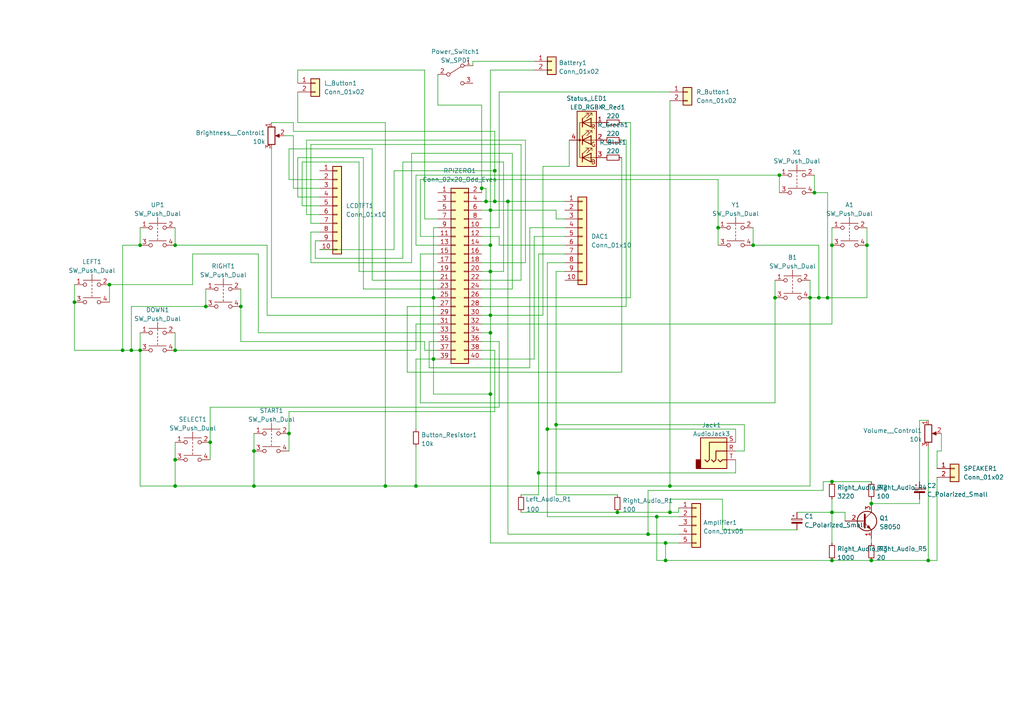
<source format=kicad_sch>
(kicad_sch (version 20211123) (generator eeschema)
  (paper "A4")
  (lib_symbols
    (symbol "Connector:AudioJack3"
      (property "Reference" "J" (at 0 8.89 0))
      (property "Value" "AudioJack3" (at 0 6.35 0))
      (symbol "AudioJack3_0_1"
        (rectangle (start -5.08 -5.08) (end -6.35 -2.54) (stroke (width 0.254)) (fill (type outline)))
        (polyline (pts (xy 0 -2.54) (xy 0.635 -3.175) (xy 1.27 -2.54) (xy 2.54 -2.54)) (stroke (width 0.254)))
        (polyline (pts (xy -1.905 -2.54) (xy -1.27 -3.175) (xy -0.635 -2.54) (xy -0.635 0) (xy 2.54 0)) (stroke (width 0.254)))
        (polyline (pts (xy 2.54 2.54) (xy -2.54 2.54) (xy -2.54 -2.54) (xy -3.175 -3.175) (xy -3.81 -2.54)) (stroke (width 0.254)))
        (rectangle (start 2.54 3.81) (end -5.08 -5.08) (stroke (width 0.254)) (fill (type background)))
      )
      (symbol "AudioJack3_1_1"
        (pin passive line (at 5.08 0 180) (length 2.54) (name "~") (number "R"))
        (pin passive line (at 5.08 2.54 180) (length 2.54) (name "~") (number "S"))
        (pin passive line (at 5.08 -2.54 180) (length 2.54) (name "~") (number "T"))
      )
    )
    (symbol "Connector_Generic:Conn_01x02" (pin_names (offset 1.016) hide)
      (property "Reference" "J" (at 0 2.54 0))
      (property "Value" "Conn_01x02" (at 0 -5.08 0))
      (symbol "Conn_01x02_1_1"
        (rectangle (start -1.27 -2.413) (end 0 -2.667) (stroke (width 0.1524)))
        (rectangle (start -1.27 0.127) (end 0 -0.127) (stroke (width 0.1524)))
        (rectangle (start -1.27 1.27) (end 1.27 -3.81) (stroke (width 0.254)) (fill (type background)))
        (pin passive line (at -5.08 0 0) (length 3.81) (name "Pin_1") (number "1"))
        (pin passive line (at -5.08 -2.54 0) (length 3.81) (name "Pin_2") (number "2"))
      )
    )
    (symbol "Connector_Generic:Conn_01x05" (pin_names (offset 1.016) hide)
      (property "Reference" "J" (at 0 7.62 0))
      (property "Value" "Conn_01x05" (at 0 -7.62 0))
      (symbol "Conn_01x05_1_1"
        (rectangle (start -1.27 -4.953) (end 0 -5.207) (stroke (width 0.1524)))
        (rectangle (start -1.27 -2.413) (end 0 -2.667) (stroke (width 0.1524)))
        (rectangle (start -1.27 0.127) (end 0 -0.127) (stroke (width 0.1524)))
        (rectangle (start -1.27 2.667) (end 0 2.413) (stroke (width 0.1524)))
        (rectangle (start -1.27 5.207) (end 0 4.953) (stroke (width 0.1524)))
        (rectangle (start -1.27 6.35) (end 1.27 -6.35) (stroke (width 0.254)) (fill (type background)))
        (pin passive line (at -5.08 5.08 0) (length 3.81) (name "Pin_1") (number "1"))
        (pin passive line (at -5.08 2.54 0) (length 3.81) (name "Pin_2") (number "2"))
        (pin passive line (at -5.08 0 0) (length 3.81) (name "Pin_3") (number "3"))
        (pin passive line (at -5.08 -2.54 0) (length 3.81) (name "Pin_4") (number "4"))
        (pin passive line (at -5.08 -5.08 0) (length 3.81) (name "Pin_5") (number "5"))
      )
    )
    (symbol "Connector_Generic:Conn_01x10" (pin_names (offset 1.016) hide)
      (property "Reference" "J" (at 0 12.7 0))
      (property "Value" "Conn_01x10" (at 0 -15.24 0))
      (symbol "Conn_01x10_1_1"
        (rectangle (start -1.27 -12.573) (end 0 -12.827) (stroke (width 0.1524)))
        (rectangle (start -1.27 -10.033) (end 0 -10.287) (stroke (width 0.1524)))
        (rectangle (start -1.27 -7.493) (end 0 -7.747) (stroke (width 0.1524)))
        (rectangle (start -1.27 -4.953) (end 0 -5.207) (stroke (width 0.1524)))
        (rectangle (start -1.27 -2.413) (end 0 -2.667) (stroke (width 0.1524)))
        (rectangle (start -1.27 0.127) (end 0 -0.127) (stroke (width 0.1524)))
        (rectangle (start -1.27 2.667) (end 0 2.413) (stroke (width 0.1524)))
        (rectangle (start -1.27 5.207) (end 0 4.953) (stroke (width 0.1524)))
        (rectangle (start -1.27 7.747) (end 0 7.493) (stroke (width 0.1524)))
        (rectangle (start -1.27 10.287) (end 0 10.033) (stroke (width 0.1524)))
        (rectangle (start -1.27 11.43) (end 1.27 -13.97) (stroke (width 0.254)) (fill (type background)))
        (pin passive line (at -5.08 10.16 0) (length 3.81) (name "Pin_1") (number "1"))
        (pin passive line (at -5.08 -12.7 0) (length 3.81) (name "Pin_10") (number "10"))
        (pin passive line (at -5.08 7.62 0) (length 3.81) (name "Pin_2") (number "2"))
        (pin passive line (at -5.08 5.08 0) (length 3.81) (name "Pin_3") (number "3"))
        (pin passive line (at -5.08 2.54 0) (length 3.81) (name "Pin_4") (number "4"))
        (pin passive line (at -5.08 0 0) (length 3.81) (name "Pin_5") (number "5"))
        (pin passive line (at -5.08 -2.54 0) (length 3.81) (name "Pin_6") (number "6"))
        (pin passive line (at -5.08 -5.08 0) (length 3.81) (name "Pin_7") (number "7"))
        (pin passive line (at -5.08 -7.62 0) (length 3.81) (name "Pin_8") (number "8"))
        (pin passive line (at -5.08 -10.16 0) (length 3.81) (name "Pin_9") (number "9"))
      )
    )
    (symbol "Connector_Generic:Conn_02x20_Odd_Even" (pin_names (offset 1.016) hide)
      (property "Reference" "J" (at 1.27 25.4 0))
      (property "Value" "Conn_02x20_Odd_Even" (at 1.27 -27.94 0))
      (symbol "Conn_02x20_Odd_Even_1_1"
        (rectangle (start -1.27 -25.273) (end 0 -25.527) (stroke (width 0.1524)))
        (rectangle (start -1.27 -22.733) (end 0 -22.987) (stroke (width 0.1524)))
        (rectangle (start -1.27 -20.193) (end 0 -20.447) (stroke (width 0.1524)))
        (rectangle (start -1.27 -17.653) (end 0 -17.907) (stroke (width 0.1524)))
        (rectangle (start -1.27 -15.113) (end 0 -15.367) (stroke (width 0.1524)))
        (rectangle (start -1.27 -12.573) (end 0 -12.827) (stroke (width 0.1524)))
        (rectangle (start -1.27 -10.033) (end 0 -10.287) (stroke (width 0.1524)))
        (rectangle (start -1.27 -7.493) (end 0 -7.747) (stroke (width 0.1524)))
        (rectangle (start -1.27 -4.953) (end 0 -5.207) (stroke (width 0.1524)))
        (rectangle (start -1.27 -2.413) (end 0 -2.667) (stroke (width 0.1524)))
        (rectangle (start -1.27 0.127) (end 0 -0.127) (stroke (width 0.1524)))
        (rectangle (start -1.27 2.667) (end 0 2.413) (stroke (width 0.1524)))
        (rectangle (start -1.27 5.207) (end 0 4.953) (stroke (width 0.1524)))
        (rectangle (start -1.27 7.747) (end 0 7.493) (stroke (width 0.1524)))
        (rectangle (start -1.27 10.287) (end 0 10.033) (stroke (width 0.1524)))
        (rectangle (start -1.27 12.827) (end 0 12.573) (stroke (width 0.1524)))
        (rectangle (start -1.27 15.367) (end 0 15.113) (stroke (width 0.1524)))
        (rectangle (start -1.27 17.907) (end 0 17.653) (stroke (width 0.1524)))
        (rectangle (start -1.27 20.447) (end 0 20.193) (stroke (width 0.1524)))
        (rectangle (start -1.27 22.987) (end 0 22.733) (stroke (width 0.1524)))
        (rectangle (start -1.27 24.13) (end 3.81 -26.67) (stroke (width 0.254)) (fill (type background)))
        (rectangle (start 3.81 -25.273) (end 2.54 -25.527) (stroke (width 0.1524)))
        (rectangle (start 3.81 -22.733) (end 2.54 -22.987) (stroke (width 0.1524)))
        (rectangle (start 3.81 -20.193) (end 2.54 -20.447) (stroke (width 0.1524)))
        (rectangle (start 3.81 -17.653) (end 2.54 -17.907) (stroke (width 0.1524)))
        (rectangle (start 3.81 -15.113) (end 2.54 -15.367) (stroke (width 0.1524)))
        (rectangle (start 3.81 -12.573) (end 2.54 -12.827) (stroke (width 0.1524)))
        (rectangle (start 3.81 -10.033) (end 2.54 -10.287) (stroke (width 0.1524)))
        (rectangle (start 3.81 -7.493) (end 2.54 -7.747) (stroke (width 0.1524)))
        (rectangle (start 3.81 -4.953) (end 2.54 -5.207) (stroke (width 0.1524)))
        (rectangle (start 3.81 -2.413) (end 2.54 -2.667) (stroke (width 0.1524)))
        (rectangle (start 3.81 0.127) (end 2.54 -0.127) (stroke (width 0.1524)))
        (rectangle (start 3.81 2.667) (end 2.54 2.413) (stroke (width 0.1524)))
        (rectangle (start 3.81 5.207) (end 2.54 4.953) (stroke (width 0.1524)))
        (rectangle (start 3.81 7.747) (end 2.54 7.493) (stroke (width 0.1524)))
        (rectangle (start 3.81 10.287) (end 2.54 10.033) (stroke (width 0.1524)))
        (rectangle (start 3.81 12.827) (end 2.54 12.573) (stroke (width 0.1524)))
        (rectangle (start 3.81 15.367) (end 2.54 15.113) (stroke (width 0.1524)))
        (rectangle (start 3.81 17.907) (end 2.54 17.653) (stroke (width 0.1524)))
        (rectangle (start 3.81 20.447) (end 2.54 20.193) (stroke (width 0.1524)))
        (rectangle (start 3.81 22.987) (end 2.54 22.733) (stroke (width 0.1524)))
        (pin passive line (at -5.08 22.86 0) (length 3.81) (name "Pin_1") (number "1"))
        (pin passive line (at 7.62 12.7 180) (length 3.81) (name "Pin_10") (number "10"))
        (pin passive line (at -5.08 10.16 0) (length 3.81) (name "Pin_11") (number "11"))
        (pin passive line (at 7.62 10.16 180) (length 3.81) (name "Pin_12") (number "12"))
        (pin passive line (at -5.08 7.62 0) (length 3.81) (name "Pin_13") (number "13"))
        (pin passive line (at 7.62 7.62 180) (length 3.81) (name "Pin_14") (number "14"))
        (pin passive line (at -5.08 5.08 0) (length 3.81) (name "Pin_15") (number "15"))
        (pin passive line (at 7.62 5.08 180) (length 3.81) (name "Pin_16") (number "16"))
        (pin passive line (at -5.08 2.54 0) (length 3.81) (name "Pin_17") (number "17"))
        (pin passive line (at 7.62 2.54 180) (length 3.81) (name "Pin_18") (number "18"))
        (pin passive line (at -5.08 0 0) (length 3.81) (name "Pin_19") (number "19"))
        (pin passive line (at 7.62 22.86 180) (length 3.81) (name "Pin_2") (number "2"))
        (pin passive line (at 7.62 0 180) (length 3.81) (name "Pin_20") (number "20"))
        (pin passive line (at -5.08 -2.54 0) (length 3.81) (name "Pin_21") (number "21"))
        (pin passive line (at 7.62 -2.54 180) (length 3.81) (name "Pin_22") (number "22"))
        (pin passive line (at -5.08 -5.08 0) (length 3.81) (name "Pin_23") (number "23"))
        (pin passive line (at 7.62 -5.08 180) (length 3.81) (name "Pin_24") (number "24"))
        (pin passive line (at -5.08 -7.62 0) (length 3.81) (name "Pin_25") (number "25"))
        (pin passive line (at 7.62 -7.62 180) (length 3.81) (name "Pin_26") (number "26"))
        (pin passive line (at -5.08 -10.16 0) (length 3.81) (name "Pin_27") (number "27"))
        (pin passive line (at 7.62 -10.16 180) (length 3.81) (name "Pin_28") (number "28"))
        (pin passive line (at -5.08 -12.7 0) (length 3.81) (name "Pin_29") (number "29"))
        (pin passive line (at -5.08 20.32 0) (length 3.81) (name "Pin_3") (number "3"))
        (pin passive line (at 7.62 -12.7 180) (length 3.81) (name "Pin_30") (number "30"))
        (pin passive line (at -5.08 -15.24 0) (length 3.81) (name "Pin_31") (number "31"))
        (pin passive line (at 7.62 -15.24 180) (length 3.81) (name "Pin_32") (number "32"))
        (pin passive line (at -5.08 -17.78 0) (length 3.81) (name "Pin_33") (number "33"))
        (pin passive line (at 7.62 -17.78 180) (length 3.81) (name "Pin_34") (number "34"))
        (pin passive line (at -5.08 -20.32 0) (length 3.81) (name "Pin_35") (number "35"))
        (pin passive line (at 7.62 -20.32 180) (length 3.81) (name "Pin_36") (number "36"))
        (pin passive line (at -5.08 -22.86 0) (length 3.81) (name "Pin_37") (number "37"))
        (pin passive line (at 7.62 -22.86 180) (length 3.81) (name "Pin_38") (number "38"))
        (pin passive line (at -5.08 -25.4 0) (length 3.81) (name "Pin_39") (number "39"))
        (pin passive line (at 7.62 20.32 180) (length 3.81) (name "Pin_4") (number "4"))
        (pin passive line (at 7.62 -25.4 180) (length 3.81) (name "Pin_40") (number "40"))
        (pin passive line (at -5.08 17.78 0) (length 3.81) (name "Pin_5") (number "5"))
        (pin passive line (at 7.62 17.78 180) (length 3.81) (name "Pin_6") (number "6"))
        (pin passive line (at -5.08 15.24 0) (length 3.81) (name "Pin_7") (number "7"))
        (pin passive line (at 7.62 15.24 180) (length 3.81) (name "Pin_8") (number "8"))
        (pin passive line (at -5.08 12.7 0) (length 3.81) (name "Pin_9") (number "9"))
      )
    )
    (symbol "Device:C_Polarized_Small" (pin_numbers hide) (pin_names (offset 0.254) hide)
      (property "Reference" "C" (at 0.254 1.778 0))
      (property "Value" "C_Polarized_Small" (at 0.254 -2.032 0))
      (symbol "C_Polarized_Small_0_1"
        (rectangle (start -1.524 -0.3048) (end 1.524 -0.6858) (fill (type outline)))
        (rectangle (start -1.524 0.6858) (end 1.524 0.3048))
        (polyline (pts (xy -1.27 1.524) (xy -0.762 1.524)))
        (polyline (pts (xy -1.016 1.27) (xy -1.016 1.778)))
      )
      (symbol "C_Polarized_Small_1_1"
        (pin passive line (at 0 2.54 270) (length 1.8542) (name "~") (number "1"))
        (pin passive line (at 0 -2.54 90) (length 1.8542) (name "~") (number "2"))
      )
    )
    (symbol "Device:LED_RGBK" (pin_names (offset 0) hide)
      (property "Reference" "D" (at 0 9.398 0))
      (property "Value" "LED_RGBK" (at 0 -8.89 0))
      (symbol "LED_RGBK_0_0"
        (text "B" (at 1.905 -6.35 0) (effects (font (size 1.27 1.27))))
        (text "G" (at 1.905 -1.27 0) (effects (font (size 1.27 1.27))))
        (text "R" (at 1.905 3.81 0) (effects (font (size 1.27 1.27))))
      )
      (symbol "LED_RGBK_0_1"
        (circle (center -2.032 0) (radius 0.254) (fill (type outline)))
        (polyline (pts (xy -1.27 -5.08) (xy 1.27 -5.08)))
        (polyline (pts (xy -1.27 -3.81) (xy -1.27 -6.35)) (stroke (width 0.254)))
        (polyline (pts (xy -1.27 0) (xy -2.54 0)))
        (polyline (pts (xy -1.27 1.27) (xy -1.27 -1.27)) (stroke (width 0.254)))
        (polyline (pts (xy -1.27 5.08) (xy 1.27 5.08)))
        (polyline (pts (xy -1.27 6.35) (xy -1.27 3.81)) (stroke (width 0.254)))
        (polyline (pts (xy 1.27 -5.08) (xy 2.54 -5.08)))
        (polyline (pts (xy 1.27 0) (xy -1.27 0)))
        (polyline (pts (xy 1.27 0) (xy 2.54 0)))
        (polyline (pts (xy 1.27 5.08) (xy 2.54 5.08)))
        (polyline (pts (xy -1.27 1.27) (xy -1.27 -1.27) (xy -1.27 -1.27)))
        (polyline (pts (xy -1.27 6.35) (xy -1.27 3.81) (xy -1.27 3.81)))
        (polyline (pts (xy -1.27 5.08) (xy -2.032 5.08) (xy -2.032 -5.08) (xy -1.016 -5.08)))
        (polyline (pts (xy 1.27 -3.81) (xy 1.27 -6.35) (xy -1.27 -5.08) (xy 1.27 -3.81)) (stroke (width 0.254)))
        (polyline (pts (xy 1.27 1.27) (xy 1.27 -1.27) (xy -1.27 0) (xy 1.27 1.27)) (stroke (width 0.254)))
        (polyline (pts (xy 1.27 6.35) (xy 1.27 3.81) (xy -1.27 5.08) (xy 1.27 6.35)) (stroke (width 0.254)))
        (polyline (pts (xy -1.016 -3.81) (xy 0.508 -2.286) (xy -0.254 -2.286) (xy 0.508 -2.286) (xy 0.508 -3.048)))
        (polyline (pts (xy -1.016 1.27) (xy 0.508 2.794) (xy -0.254 2.794) (xy 0.508 2.794) (xy 0.508 2.032)))
        (polyline (pts (xy -1.016 6.35) (xy 0.508 7.874) (xy -0.254 7.874) (xy 0.508 7.874) (xy 0.508 7.112)))
        (polyline (pts (xy 0 -3.81) (xy 1.524 -2.286) (xy 0.762 -2.286) (xy 1.524 -2.286) (xy 1.524 -3.048)))
        (polyline (pts (xy 0 1.27) (xy 1.524 2.794) (xy 0.762 2.794) (xy 1.524 2.794) (xy 1.524 2.032)))
        (polyline (pts (xy 0 6.35) (xy 1.524 7.874) (xy 0.762 7.874) (xy 1.524 7.874) (xy 1.524 7.112)))
        (rectangle (start 1.27 -1.27) (end 1.27 1.27))
        (rectangle (start 1.27 1.27) (end 1.27 1.27))
        (rectangle (start 1.27 3.81) (end 1.27 6.35))
        (rectangle (start 1.27 6.35) (end 1.27 6.35))
        (rectangle (start 2.794 8.382) (end -2.794 -7.62) (stroke (width 0.254)) (fill (type background)))
      )
      (symbol "LED_RGBK_1_1"
        (pin passive line (at 5.08 5.08 180) (length 2.54) (name "RA") (number "1"))
        (pin passive line (at 5.08 0 180) (length 2.54) (name "GA") (number "2"))
        (pin passive line (at 5.08 -5.08 180) (length 2.54) (name "BA") (number "3"))
        (pin passive line (at -5.08 0 0) (length 2.54) (name "K") (number "4"))
      )
    )
    (symbol "Device:R_Potentiometer" (pin_names (offset 1.016) hide)
      (property "Reference" "RV" (at -4.445 0 90))
      (property "Value" "R_Potentiometer" (at -2.54 0 90))
      (symbol "R_Potentiometer_0_1"
        (polyline (pts (xy 2.54 0) (xy 1.524 0)))
        (polyline (pts (xy 1.143 0) (xy 2.286 0.508) (xy 2.286 -0.508) (xy 1.143 0)) (fill (type outline)))
        (rectangle (start 1.016 2.54) (end -1.016 -2.54) (stroke (width 0.254)))
      )
      (symbol "R_Potentiometer_1_1"
        (pin passive line (at 0 3.81 270) (length 1.27) (name "1") (number "1"))
        (pin passive line (at 3.81 0 180) (length 1.27) (name "2") (number "2"))
        (pin passive line (at 0 -3.81 90) (length 1.27) (name "3") (number "3"))
      )
    )
    (symbol "Device:R_Small" (pin_numbers hide) (pin_names (offset 0.254) hide)
      (property "Reference" "R" (at 0.762 0.508 0))
      (property "Value" "R_Small" (at 0.762 -1.016 0))
      (symbol "R_Small_0_1"
        (rectangle (start -0.762 1.778) (end 0.762 -1.778) (stroke (width 0.2032)))
      )
      (symbol "R_Small_1_1"
        (pin passive line (at 0 2.54 270) (length 0.762) (name "~") (number "1"))
        (pin passive line (at 0 -2.54 90) (length 0.762) (name "~") (number "2"))
      )
    )
    (symbol "Switch:SW_Push_Dual" (pin_names (offset 1.016) hide)
      (property "Reference" "SW" (at 1.27 2.54 0))
      (property "Value" "SW_Push_Dual" (at 0 -6.858 0))
      (symbol "SW_Push_Dual_0_1"
        (circle (center -2.032 -5.08) (radius 0.508))
        (circle (center -2.032 0) (radius 0.508))
        (polyline (pts (xy 0 -3.048) (xy 0 -3.556)))
        (polyline (pts (xy 0 -2.032) (xy 0 -2.54)))
        (polyline (pts (xy 0 -1.524) (xy 0 -1.016)))
        (polyline (pts (xy 0 -0.508) (xy 0 0)))
        (polyline (pts (xy 0 0.508) (xy 0 1.016)))
        (polyline (pts (xy 0 1.27) (xy 0 3.048)))
        (polyline (pts (xy 2.54 -3.81) (xy -2.54 -3.81)))
        (polyline (pts (xy 2.54 1.27) (xy -2.54 1.27)))
        (circle (center 2.032 -5.08) (radius 0.508))
        (circle (center 2.032 0) (radius 0.508))
        (pin passive line (at -5.08 0 0) (length 2.54) (name "1") (number "1"))
        (pin passive line (at 5.08 0 180) (length 2.54) (name "2") (number "2"))
        (pin passive line (at -5.08 -5.08 0) (length 2.54) (name "3") (number "3"))
        (pin passive line (at 5.08 -5.08 180) (length 2.54) (name "4") (number "4"))
      )
    )
    (symbol "Switch:SW_SPDT" (pin_names (offset 0) hide)
      (property "Reference" "SW" (at 0 4.318 0))
      (property "Value" "SW_SPDT" (at 0 -5.08 0))
      (symbol "SW_SPDT_0_0"
        (circle (center -2.032 0) (radius 0.508))
        (circle (center 2.032 -2.54) (radius 0.508))
      )
      (symbol "SW_SPDT_0_1"
        (polyline (pts (xy -1.524 0.254) (xy 1.651 2.286)))
        (circle (center 2.032 2.54) (radius 0.508))
      )
      (symbol "SW_SPDT_1_1"
        (pin passive line (at 5.08 2.54 180) (length 2.54) (name "A") (number "1"))
        (pin passive line (at -5.08 0 0) (length 2.54) (name "B") (number "2"))
        (pin passive line (at 5.08 -2.54 180) (length 2.54) (name "C") (number "3"))
      )
    )
    (symbol "Transistor_BJT:S8050" (pin_names (offset 0) hide)
      (property "Reference" "Q" (at 5.08 1.905 0))
      (property "Value" "S8050" (at 5.08 0 0))
      (symbol "S8050_0_1"
        (polyline (pts (xy 0 0) (xy 0.635 0)))
        (polyline (pts (xy 0.635 0.635) (xy 2.54 2.54)))
        (polyline (pts (xy 0.635 -0.635) (xy 2.54 -2.54) (xy 2.54 -2.54)))
        (polyline (pts (xy 0.635 1.905) (xy 0.635 -1.905) (xy 0.635 -1.905)) (stroke (width 0.508)))
        (polyline (pts (xy 1.27 -1.778) (xy 1.778 -1.27) (xy 2.286 -2.286) (xy 1.27 -1.778) (xy 1.27 -1.778)) (fill (type outline)))
        (circle (center 1.27 0) (radius 2.8194) (stroke (width 0.254)))
      )
      (symbol "S8050_1_1"
        (pin passive line (at 2.54 -5.08 90) (length 2.54) (name "E") (number "1"))
        (pin input line (at -5.08 0 0) (length 5.08) (name "B") (number "2"))
        (pin passive line (at 2.54 5.08 270) (length 2.54) (name "C") (number "3"))
      )
    )
  )
  (junction (at 161.29 123.19))
  (junction (at 156.21 137.16))
  (junction (at 142.24 91.44))
  (junction (at 194.31 148.59))
  (junction (at 83.82 125.73))
  (junction (at 241.3 139.7))
  (junction (at 143.51 49.53))
  (junction (at 226.06 50.8))
  (junction (at 38.1 101.6))
  (junction (at 21.59 87.63))
  (junction (at 194.31 140.97))
  (junction (at 237.49 86.36))
  (junction (at 125.73 104.14))
  (junction (at 140.97 58.42))
  (junction (at 190.5 149.86))
  (junction (at 234.95 86.36))
  (junction (at 193.04 162.56))
  (junction (at 50.8 140.97))
  (junction (at 139.7 54.61))
  (junction (at 224.79 86.36))
  (junction (at 69.85 88.9))
  (junction (at 111.76 140.97))
  (junction (at 252.73 162.56))
  (junction (at 142.24 96.52))
  (junction (at 158.75 124.46))
  (junction (at 142.24 114.3))
  (junction (at 40.64 71.12))
  (junction (at 187.96 154.94))
  (junction (at 142.24 71.12))
  (junction (at 125.73 86.36))
  (junction (at 208.28 66.04))
  (junction (at 241.3 148.59))
  (junction (at 120.65 140.97))
  (junction (at 147.32 58.42))
  (junction (at 40.64 101.6))
  (junction (at 59.69 88.9))
  (junction (at 142.24 78.74))
  (junction (at 142.24 60.96))
  (junction (at 35.56 101.6))
  (junction (at 50.8 101.6))
  (junction (at 240.03 86.36))
  (junction (at 50.8 71.12))
  (junction (at 236.22 55.88))
  (junction (at 179.07 148.59))
  (junction (at 241.3 162.56))
  (junction (at 31.75 82.55))
  (junction (at 73.66 140.97))
  (junction (at 193.04 157.48))
  (junction (at 218.44 71.12))
  (junction (at 241.3 71.12))
  (junction (at 251.46 71.12))
  (junction (at 50.8 133.35))
  (junction (at 252.73 146.05))
  (junction (at 269.24 162.56))
  (junction (at 73.66 130.81))
  (junction (at 143.51 58.42))
  (junction (at 60.96 128.27))
  (wire (pts (xy 118.11 88.9) (xy 118.11 107.95)))
  (wire (pts (xy 143.51 49.53) (xy 143.51 58.42)))
  (wire (pts (xy 187.96 142.24) (xy 238.76 142.24)))
  (wire (pts (xy 91.44 69.85) (xy 91.44 74.93)))
  (wire (pts (xy 120.65 104.14) (xy 125.73 104.14)))
  (wire (pts (xy 196.85 148.59) (xy 196.85 147.32)))
  (wire (pts (xy 142.24 20.32) (xy 142.24 60.96)))
  (wire (pts (xy 111.76 140.97) (xy 120.65 140.97)))
  (wire (pts (xy 209.55 153.67) (xy 209.55 144.78)))
  (wire (pts (xy 226.06 50.8) (xy 226.06 55.88)))
  (wire (pts (xy 231.14 148.59) (xy 241.3 148.59)))
  (wire (pts (xy 73.66 125.73) (xy 73.66 130.81)))
  (wire (pts (xy 87.63 59.69) (xy 87.63 46.99)))
  (wire (pts (xy 60.96 128.27) (xy 60.96 133.35)))
  (wire (pts (xy 121.92 116.84) (xy 121.92 73.66)))
  (wire (pts (xy 251.46 66.04) (xy 251.46 71.12)))
  (wire (pts (xy 92.71 62.23) (xy 88.9 62.23)))
  (wire (pts (xy 105.41 83.82) (xy 127 83.82)))
  (wire (pts (xy 269.24 162.56) (xy 271.78 162.56)))
  (wire (pts (xy 240.03 86.36) (xy 237.49 86.36)))
  (wire (pts (xy 21.59 87.63) (xy 21.59 101.6)))
  (wire (pts (xy 237.49 71.12) (xy 237.49 86.36)))
  (wire (pts (xy 180.34 45.72) (xy 180.34 107.95)))
  (wire (pts (xy 60.96 128.27) (xy 60.96 118.11)))
  (wire (pts (xy 142.24 78.74) (xy 142.24 91.44)))
  (wire (pts (xy 142.24 91.44) (xy 139.7 91.44)))
  (wire (pts (xy 215.9 130.81) (xy 215.9 123.19)))
  (wire (pts (xy 251.46 71.12) (xy 251.46 86.36)))
  (wire (pts (xy 116.84 74.93) (xy 116.84 46.99)))
  (wire (pts (xy 151.13 148.59) (xy 179.07 148.59)))
  (wire (pts (xy 92.71 59.69) (xy 87.63 59.69)))
  (wire (pts (xy 125.73 104.14) (xy 125.73 114.3)))
  (wire (pts (xy 241.3 148.59) (xy 241.3 157.48)))
  (wire (pts (xy 161.29 78.74) (xy 161.29 123.19)))
  (wire (pts (xy 125.73 86.36) (xy 125.73 104.14)))
  (wire (pts (xy 194.31 148.59) (xy 196.85 148.59)))
  (wire (pts (xy 209.55 153.67) (xy 231.14 153.67)))
  (wire (pts (xy 50.8 96.52) (xy 50.8 101.6)))
  (wire (pts (xy 50.8 128.27) (xy 50.8 133.35)))
  (wire (pts (xy 40.64 71.12) (xy 35.56 71.12)))
  (wire (pts (xy 142.24 114.3) (xy 142.24 157.48)))
  (wire (pts (xy 86.36 57.15) (xy 86.36 45.72)))
  (wire (pts (xy 241.3 162.56) (xy 252.73 162.56)))
  (wire (pts (xy 38.1 88.9) (xy 38.1 101.6)))
  (wire (pts (xy 87.63 46.99) (xy 104.14 46.99)))
  (wire (pts (xy 147.32 154.94) (xy 187.96 154.94)))
  (wire (pts (xy 213.36 124.46) (xy 158.75 124.46)))
  (wire (pts (xy 119.38 44.45) (xy 148.59 44.45)))
  (wire (pts (xy 85.09 39.37) (xy 82.55 39.37)))
  (wire (pts (xy 137.16 17.78) (xy 154.94 17.78)))
  (wire (pts (xy 163.83 63.5) (xy 161.29 63.5)))
  (wire (pts (xy 139.7 54.61) (xy 139.7 55.88)))
  (wire (pts (xy 127 21.59) (xy 127 30.48)))
  (wire (pts (xy 85.09 35.56) (xy 78.74 35.56)))
  (wire (pts (xy 151.13 41.91) (xy 151.13 81.28)))
  (wire (pts (xy 194.31 144.78) (xy 194.31 148.59)))
  (wire (pts (xy 241.3 71.12) (xy 241.3 93.98)))
  (wire (pts (xy 241.3 93.98) (xy 139.7 93.98)))
  (wire (pts (xy 83.82 119.38) (xy 143.51 119.38)))
  (wire (pts (xy 226.06 50.8) (xy 120.65 50.8)))
  (wire (pts (xy 236.22 50.8) (xy 236.22 55.88)))
  (wire (pts (xy 187.96 154.94) (xy 196.85 154.94)))
  (wire (pts (xy 92.71 67.31) (xy 90.17 67.31)))
  (wire (pts (xy 142.24 60.96) (xy 142.24 71.12)))
  (wire (pts (xy 163.83 73.66) (xy 156.21 73.66)))
  (wire (pts (xy 139.7 78.74) (xy 142.24 78.74)))
  (wire (pts (xy 120.65 93.98) (xy 127 93.98)))
  (wire (pts (xy 143.51 58.42) (xy 140.97 58.42)))
  (wire (pts (xy 31.75 82.55) (xy 31.75 87.63)))
  (wire (pts (xy 78.74 43.18) (xy 78.74 86.36)))
  (wire (pts (xy 161.29 123.19) (xy 161.29 143.51)))
  (wire (pts (xy 266.7 146.05) (xy 266.7 144.78)))
  (wire (pts (xy 31.75 82.55) (xy 55.88 82.55)))
  (wire (pts (xy 40.64 101.6) (xy 40.64 140.97)))
  (wire (pts (xy 40.64 140.97) (xy 50.8 140.97)))
  (wire (pts (xy 142.24 91.44) (xy 142.24 96.52)))
  (wire (pts (xy 139.7 54.61) (xy 140.97 54.61)))
  (wire (pts (xy 193.04 162.56) (xy 190.5 162.56)))
  (wire (pts (xy 111.76 35.56) (xy 111.76 140.97)))
  (wire (pts (xy 213.36 137.16) (xy 156.21 137.16)))
  (wire (pts (xy 120.65 140.97) (xy 120.65 129.54)))
  (wire (pts (xy 35.56 101.6) (xy 38.1 101.6)))
  (wire (pts (xy 252.73 162.56) (xy 269.24 162.56)))
  (wire (pts (xy 88.9 62.23) (xy 88.9 40.64)))
  (wire (pts (xy 237.49 86.36) (xy 234.95 86.36)))
  (wire (pts (xy 241.3 144.78) (xy 241.3 148.59)))
  (wire (pts (xy 90.17 41.91) (xy 151.13 41.91)))
  (wire (pts (xy 78.74 86.36) (xy 125.73 86.36)))
  (wire (pts (xy 142.24 20.32) (xy 154.94 20.32)))
  (wire (pts (xy 35.56 71.12) (xy 35.56 101.6)))
  (wire (pts (xy 69.85 83.82) (xy 69.85 88.9)))
  (wire (pts (xy 251.46 86.36) (xy 240.03 86.36)))
  (wire (pts (xy 139.7 68.58) (xy 144.78 68.58)))
  (wire (pts (xy 218.44 71.12) (xy 237.49 71.12)))
  (wire (pts (xy 88.9 40.64) (xy 152.4 40.64)))
  (wire (pts (xy 240.03 55.88) (xy 240.03 86.36)))
  (wire (pts (xy 271.78 162.56) (xy 271.78 138.43)))
  (wire (pts (xy 157.48 48.26) (xy 157.48 91.44)))
  (wire (pts (xy 156.21 73.66) (xy 156.21 137.16)))
  (wire (pts (xy 182.88 86.36) (xy 139.7 86.36)))
  (wire (pts (xy 154.94 68.58) (xy 154.94 104.14)))
  (wire (pts (xy 158.75 76.2) (xy 158.75 124.46)))
  (wire (pts (xy 91.44 74.93) (xy 116.84 74.93)))
  (wire (pts (xy 143.51 101.6) (xy 139.7 101.6)))
  (wire (pts (xy 123.19 20.32) (xy 123.19 63.5)))
  (wire (pts (xy 92.71 72.39) (xy 114.3 72.39)))
  (wire (pts (xy 153.67 66.04) (xy 153.67 106.68)))
  (wire (pts (xy 85.09 54.61) (xy 85.09 39.37)))
  (wire (pts (xy 266.7 121.92) (xy 269.24 121.92)))
  (wire (pts (xy 116.84 46.99) (xy 146.05 46.99)))
  (wire (pts (xy 193.04 162.56) (xy 193.04 157.48)))
  (wire (pts (xy 193.04 157.48) (xy 142.24 157.48)))
  (wire (pts (xy 182.88 35.56) (xy 182.88 86.36)))
  (wire (pts (xy 85.09 38.1) (xy 85.09 35.56)))
  (wire (pts (xy 252.73 156.21) (xy 252.73 157.48)))
  (wire (pts (xy 271.78 130.81) (xy 273.05 130.81)))
  (wire (pts (xy 153.67 106.68) (xy 124.46 106.68)))
  (wire (pts (xy 107.95 43.18) (xy 107.95 81.28)))
  (wire (pts (xy 86.36 26.67) (xy 86.36 35.56)))
  (wire (pts (xy 119.38 76.2) (xy 119.38 44.45)))
  (wire (pts (xy 146.05 46.99) (xy 146.05 78.74)))
  (wire (pts (xy 124.46 106.68) (xy 124.46 99.06)))
  (wire (pts (xy 60.96 118.11) (xy 144.78 118.11)))
  (wire (pts (xy 83.82 52.07) (xy 83.82 43.18)))
  (wire (pts (xy 148.59 44.45) (xy 148.59 83.82)))
  (wire (pts (xy 86.36 24.13) (xy 86.36 20.32)))
  (wire (pts (xy 163.83 66.04) (xy 153.67 66.04)))
  (wire (pts (xy 148.59 83.82) (xy 139.7 83.82)))
  (wire (pts (xy 142.24 96.52) (xy 142.24 114.3)))
  (wire (pts (xy 73.66 130.81) (xy 73.66 140.97)))
  (wire (pts (xy 181.61 40.64) (xy 181.61 88.9)))
  (wire (pts (xy 144.78 99.06) (xy 139.7 99.06)))
  (wire (pts (xy 224.79 116.84) (xy 121.92 116.84)))
  (wire (pts (xy 190.5 149.86) (xy 190.5 162.56)))
  (wire (pts (xy 165.1 40.64) (xy 165.1 48.26)))
  (wire (pts (xy 92.71 69.85) (xy 91.44 69.85)))
  (wire (pts (xy 114.3 72.39) (xy 114.3 49.53)))
  (wire (pts (xy 92.71 64.77) (xy 90.17 64.77)))
  (wire (pts (xy 163.83 68.58) (xy 154.94 68.58)))
  (wire (pts (xy 92.71 52.07) (xy 83.82 52.07)))
  (wire (pts (xy 118.11 107.95) (xy 180.34 107.95)))
  (wire (pts (xy 158.75 124.46) (xy 158.75 149.86)))
  (wire (pts (xy 139.7 76.2) (xy 152.4 76.2)))
  (wire (pts (xy 143.51 119.38) (xy 143.51 101.6)))
  (wire (pts (xy 245.11 148.59) (xy 245.11 151.13)))
  (wire (pts (xy 154.94 104.14) (xy 139.7 104.14)))
  (wire (pts (xy 179.07 148.59) (xy 194.31 148.59)))
  (wire (pts (xy 163.83 78.74) (xy 161.29 78.74)))
  (wire (pts (xy 213.36 130.81) (xy 215.9 130.81)))
  (wire (pts (xy 241.3 66.04) (xy 241.3 71.12)))
  (wire (pts (xy 147.32 58.42) (xy 147.32 154.94)))
  (wire (pts (xy 161.29 63.5) (xy 161.29 60.96)))
  (wire (pts (xy 77.47 91.44) (xy 127 91.44)))
  (wire (pts (xy 209.55 144.78) (xy 194.31 144.78)))
  (wire (pts (xy 161.29 143.51) (xy 179.07 143.51)))
  (wire (pts (xy 107.95 81.28) (xy 127 81.28)))
  (wire (pts (xy 74.93 73.66) (xy 74.93 96.52)))
  (wire (pts (xy 90.17 67.31) (xy 90.17 76.2)))
  (wire (pts (xy 236.22 55.88) (xy 240.03 55.88)))
  (wire (pts (xy 73.66 140.97) (xy 111.76 140.97)))
  (wire (pts (xy 139.7 81.28) (xy 151.13 81.28)))
  (wire (pts (xy 104.14 78.74) (xy 127 78.74)))
  (wire (pts (xy 156.21 137.16) (xy 156.21 143.51)))
  (wire (pts (xy 142.24 71.12) (xy 139.7 71.12)))
  (wire (pts (xy 59.69 88.9) (xy 38.1 88.9)))
  (wire (pts (xy 208.28 66.04) (xy 208.28 52.07)))
  (wire (pts (xy 83.82 43.18) (xy 107.95 43.18)))
  (wire (pts (xy 121.92 73.66) (xy 127 73.66)))
  (wire (pts (xy 38.1 101.6) (xy 40.64 101.6)))
  (wire (pts (xy 90.17 64.77) (xy 90.17 41.91)))
  (wire (pts (xy 74.93 96.52) (xy 127 96.52)))
  (wire (pts (xy 125.73 86.36) (xy 125.73 66.04)))
  (wire (pts (xy 152.4 40.64) (xy 152.4 76.2)))
  (wire (pts (xy 121.92 68.58) (xy 127 68.58)))
  (wire (pts (xy 238.76 139.7) (xy 241.3 139.7)))
  (wire (pts (xy 21.59 82.55) (xy 21.59 87.63)))
  (wire (pts (xy 140.97 54.61) (xy 140.97 58.42)))
  (wire (pts (xy 127 88.9) (xy 118.11 88.9)))
  (wire (pts (xy 143.51 58.42) (xy 147.32 58.42)))
  (wire (pts (xy 252.73 144.78) (xy 252.73 146.05)))
  (wire (pts (xy 151.13 143.51) (xy 156.21 143.51)))
  (wire (pts (xy 144.78 71.12) (xy 144.78 68.58)))
  (wire (pts (xy 120.65 101.6) (xy 120.65 93.98)))
  (wire (pts (xy 120.65 71.12) (xy 127 71.12)))
  (wire (pts (xy 218.44 66.04) (xy 218.44 71.12)))
  (wire (pts (xy 139.7 60.96) (xy 142.24 60.96)))
  (wire (pts (xy 55.88 82.55) (xy 55.88 73.66)))
  (wire (pts (xy 137.16 19.05) (xy 137.16 17.78)))
  (wire (pts (xy 125.73 104.14) (xy 127 104.14)))
  (wire (pts (xy 157.48 91.44) (xy 142.24 91.44)))
  (wire (pts (xy 86.36 35.56) (xy 111.76 35.56)))
  (wire (pts (xy 50.8 101.6) (xy 120.65 101.6)))
  (wire (pts (xy 215.9 123.19) (xy 161.29 123.19)))
  (wire (pts (xy 187.96 154.94) (xy 187.96 142.24)))
  (wire (pts (xy 40.64 66.04) (xy 40.64 71.12)))
  (wire (pts (xy 144.78 26.67) (xy 144.78 66.04)))
  (wire (pts (xy 269.24 129.54) (xy 269.24 162.56)))
  (wire (pts (xy 158.75 149.86) (xy 190.5 149.86)))
  (wire (pts (xy 180.34 35.56) (xy 182.88 35.56)))
  (wire (pts (xy 50.8 133.35) (xy 50.8 140.97)))
  (wire (pts (xy 190.5 149.86) (xy 196.85 149.86)))
  (wire (pts (xy 139.7 96.52) (xy 142.24 96.52)))
  (wire (pts (xy 50.8 71.12) (xy 77.47 71.12)))
  (wire (pts (xy 125.73 66.04) (xy 127 66.04)))
  (wire (pts (xy 77.47 71.12) (xy 77.47 91.44)))
  (wire (pts (xy 92.71 57.15) (xy 86.36 57.15)))
  (wire (pts (xy 21.59 101.6) (xy 35.56 101.6)))
  (wire (pts (xy 142.24 71.12) (xy 142.24 78.74)))
  (wire (pts (xy 252.73 146.05) (xy 266.7 146.05)))
  (wire (pts (xy 193.04 162.56) (xy 241.3 162.56)))
  (wire (pts (xy 123.19 99.06) (xy 123.19 101.6)))
  (wire (pts (xy 143.51 49.53) (xy 143.51 38.1)))
  (wire (pts (xy 213.36 133.35) (xy 213.36 137.16)))
  (wire (pts (xy 194.31 26.67) (xy 144.78 26.67)))
  (wire (pts (xy 50.8 66.04) (xy 50.8 71.12)))
  (wire (pts (xy 120.65 50.8) (xy 120.65 71.12)))
  (wire (pts (xy 92.71 54.61) (xy 85.09 54.61)))
  (wire (pts (xy 224.79 81.28) (xy 224.79 86.36)))
  (wire (pts (xy 234.95 81.28) (xy 234.95 86.36)))
  (wire (pts (xy 165.1 48.26) (xy 157.48 48.26)))
  (wire (pts (xy 59.69 83.82) (xy 59.69 88.9)))
  (wire (pts (xy 144.78 118.11) (xy 144.78 99.06)))
  (wire (pts (xy 127 30.48) (xy 139.7 30.48)))
  (wire (pts (xy 40.64 96.52) (xy 40.64 101.6)))
  (wire (pts (xy 69.85 88.9) (xy 69.85 99.06)))
  (wire (pts (xy 208.28 66.04) (xy 208.28 71.12)))
  (wire (pts (xy 50.8 140.97) (xy 73.66 140.97)))
  (wire (pts (xy 241.3 139.7) (xy 252.73 139.7)))
  (wire (pts (xy 120.65 140.97) (xy 194.31 140.97)))
  (wire (pts (xy 180.34 40.64) (xy 181.61 40.64)))
  (wire (pts (xy 125.73 86.36) (xy 127 86.36)))
  (wire (pts (xy 213.36 128.27) (xy 213.36 124.46)))
  (wire (pts (xy 273.05 130.81) (xy 273.05 125.73)))
  (wire (pts (xy 123.19 63.5) (xy 127 63.5)))
  (wire (pts (xy 271.78 135.89) (xy 271.78 130.81)))
  (wire (pts (xy 181.61 88.9) (xy 139.7 88.9)))
  (wire (pts (xy 83.82 125.73) (xy 83.82 119.38)))
  (wire (pts (xy 163.83 71.12) (xy 144.78 71.12)))
  (wire (pts (xy 86.36 45.72) (xy 105.41 45.72)))
  (wire (pts (xy 144.78 66.04) (xy 139.7 66.04)))
  (wire (pts (xy 121.92 52.07) (xy 121.92 68.58)))
  (wire (pts (xy 266.7 121.92) (xy 266.7 139.7)))
  (wire (pts (xy 125.73 114.3) (xy 142.24 114.3)))
  (wire (pts (xy 142.24 60.96) (xy 161.29 60.96)))
  (wire (pts (xy 139.7 30.48) (xy 139.7 54.61)))
  (wire (pts (xy 114.3 49.53) (xy 143.51 49.53)))
  (wire (pts (xy 55.88 73.66) (xy 74.93 73.66)))
  (wire (pts (xy 105.41 45.72) (xy 105.41 83.82)))
  (wire (pts (xy 120.65 124.46) (xy 120.65 104.14)))
  (wire (pts (xy 234.95 86.36) (xy 234.95 140.97)))
  (wire (pts (xy 194.31 29.21) (xy 194.31 140.97)))
  (wire (pts (xy 238.76 142.24) (xy 238.76 139.7)))
  (wire (pts (xy 163.83 76.2) (xy 158.75 76.2)))
  (wire (pts (xy 147.32 58.42) (xy 163.83 58.42)))
  (wire (pts (xy 208.28 52.07) (xy 121.92 52.07)))
  (wire (pts (xy 196.85 157.48) (xy 193.04 157.48)))
  (wire (pts (xy 86.36 20.32) (xy 123.19 20.32)))
  (wire (pts (xy 241.3 148.59) (xy 245.11 148.59)))
  (wire (pts (xy 124.46 99.06) (xy 127 99.06)))
  (wire (pts (xy 140.97 58.42) (xy 139.7 58.42)))
  (wire (pts (xy 123.19 101.6) (xy 127 101.6)))
  (wire (pts (xy 234.95 140.97) (xy 194.31 140.97)))
  (wire (pts (xy 83.82 125.73) (xy 83.82 130.81)))
  (wire (pts (xy 90.17 76.2) (xy 119.38 76.2)))
  (wire (pts (xy 142.24 78.74) (xy 146.05 78.74)))
  (wire (pts (xy 143.51 38.1) (xy 85.09 38.1)))
  (wire (pts (xy 69.85 99.06) (xy 123.19 99.06)))
  (wire (pts (xy 104.14 46.99) (xy 104.14 78.74)))
  (wire (pts (xy 224.79 86.36) (xy 224.79 116.84)))
  (symbol (lib_id "Switch:SW_Push_Dual") (at 229.87 81.28 0) (unit 1)
    (property "Reference" "B1" (at 229.87 74.6592 0))
    (property "Value" "SW_Push_Dual" (at 229.87 77.1961 0))
    (property "Footprint" "Button_Switch_THT:SW_PUSH_6mm" (effects hide))
  )
  (symbol (lib_id "Connector_Generic:Conn_02x20_Odd_Even") (at 132.08 78.74 0) (unit 1)
    (property "Reference" "RPIZERO1" (at 133.35 49.53 0))
    (property "Value" "Conn_02x20_Odd_Even" (at 133.35 52.07 0))
    (property "Footprint" "Connector_PinHeader_2.54mm:PinHeader_2x20_P2.54mm_Vertical" (effects hide))
  )
  (symbol (lib_id "Connector_Generic:Conn_01x02") (at 199.39 26.67 0) (unit 1)
    (property "Reference" "R_Button1" (at 201.93 26.6699 0) (effects (justify left)))
    (property "Value" "Conn_01x02" (at 201.93 29.2099 0) (effects (justify left)))
    (property "Footprint" "Connector_PinHeader_2.54mm:PinHeader_1x02_P2.54mm_Vertical" (effects hide))
  )
  (symbol (lib_id "Connector_Generic:Conn_01x02") (at 160.02 17.78 0) (unit 1)
    (property "Reference" "Battery1" (at 162.052 18.2153 0) (effects (justify left)))
    (property "Value" "Conn_01x02" (at 162.052 20.7522 0) (effects (justify left)))
    (property "Footprint" "Connector_PinHeader_2.54mm:PinHeader_1x02_P2.54mm_Vertical" (effects hide))
  )
  (symbol (lib_id "Device:R_Small") (at 241.3 160.02 0) (unit 1)
    (property "Reference" "Right_Audio_R3" (at 242.7986 159.1853 0) (effects (justify left)))
    (property "Value" "1000" (at 242.7986 161.7222 0) (effects (justify left)))
    (property "Footprint" "Resistor_THT:R_Box_L14.0mm_W5.0mm_P9.00mm" (effects hide))
  )
  (symbol (lib_id "Switch:SW_Push_Dual") (at 231.14 50.8 0) (unit 1)
    (property "Reference" "X1" (at 231.14 44.1792 0))
    (property "Value" "SW_Push_Dual" (at 231.14 46.7161 0))
    (property "Footprint" "Button_Switch_THT:SW_PUSH_6mm" (effects hide))
  )
  (symbol (lib_id "Device:R_Small") (at 120.65 127 0) (unit 1)
    (property "Reference" "Button_Resistor1" (at 122.1486 126.1653 0) (effects (justify left)))
    (property "Value" "10k" (at 122.1486 128.7022 0) (effects (justify left)))
    (property "Footprint" "Resistor_THT:R_Box_L14.0mm_W5.0mm_P9.00mm" (effects hide))
  )
  (symbol (lib_id "Transistor_BJT:S8050") (at 250.19 151.13 0) (unit 1)
    (property "Reference" "Q1" (at 255.0414 150.2953 0) (effects (justify left)))
    (property "Value" "S8050" (at 255.0414 152.8322 0) (effects (justify left)))
    (property "Footprint" "Package_TO_SOT_THT:TO-92_Inline" (effects hide))
    (property "Datasheet" "http://www.unisonic.com.tw/datasheet/S8050.pdf" (effects hide))
  )
  (symbol (lib_id "Device:R_Small") (at 241.3 142.24 0) (unit 1)
    (property "Reference" "Right_Audio_R2" (at 242.7986 141.4053 0) (effects (justify left)))
    (property "Value" "3220" (at 242.7986 143.9422 0) (effects (justify left)))
    (property "Footprint" "Resistor_THT:R_Box_L14.0mm_W5.0mm_P9.00mm" (effects hide))
  )
  (symbol (lib_id "Device:R_Small") (at 177.8 45.72 90) (unit 1)
    (property "Reference" "R_Blue1" (at 177.8 41.2836 90))
    (property "Value" "220" (at 177.8 43.8205 90))
    (property "Footprint" "Resistor_THT:R_Box_L14.0mm_W5.0mm_P9.00mm" (effects hide))
  )
  (symbol (lib_id "Connector_Generic:Conn_01x02") (at 276.86 135.89 0) (unit 1)
    (property "Reference" "SPEAKER1" (at 279.4 135.8899 0) (effects (justify left)))
    (property "Value" "Conn_01x02" (at 279.4 138.4299 0) (effects (justify left)))
    (property "Footprint" "Connector_PinHeader_2.54mm:PinHeader_1x02_P2.54mm_Vertical" (effects hide))
  )
  (symbol (lib_id "Device:R_Small") (at 177.8 40.64 90) (unit 1)
    (property "Reference" "R_Green1" (at 177.8 36.2036 90))
    (property "Value" "220" (at 177.8 38.7405 90))
    (property "Footprint" "Resistor_THT:R_Box_L14.0mm_W5.0mm_P9.00mm" (effects hide))
  )
  (symbol (lib_id "Device:R_Small") (at 177.8 35.56 90) (unit 1)
    (property "Reference" "R_Red1" (at 177.8 31.1236 90))
    (property "Value" "220" (at 177.8 33.6605 90))
    (property "Footprint" "Resistor_THT:R_Box_L14.0mm_W5.0mm_P9.00mm" (effects hide))
  )
  (symbol (lib_id "Switch:SW_Push_Dual") (at 64.77 83.82 0) (unit 1)
    (property "Reference" "RIGHT1" (at 64.77 77.1992 0))
    (property "Value" "SW_Push_Dual" (at 64.77 79.7361 0))
    (property "Footprint" "Button_Switch_THT:SW_PUSH_6mm" (effects hide))
  )
  (symbol (lib_id "Device:R_Potentiometer") (at 78.74 39.37 0) (unit 1)
    (property "Reference" "Brightness__Control1" (at 76.9621 38.5353 0) (effects (justify right)))
    (property "Value" "10k" (at 76.9621 41.0722 0) (effects (justify right)))
    (property "Footprint" "Potentiometer_THT:Potentiometer_Piher_PT-10-V10_Vertical" (effects hide))
  )
  (symbol (lib_id "Device:LED_RGBK") (at 170.18 40.64 0) (unit 1)
    (property "Reference" "Status_LED1" (at 170.18 28.5582 0))
    (property "Value" "LED_RGBK" (at 170.18 31.0951 0))
    (property "Footprint" "LED_THT:LED_D5.0mm-4_RGB" (effects hide))
  )
  (symbol (lib_id "Device:R_Small") (at 151.13 146.05 0) (unit 1)
    (property "Reference" "Left_Audio_R1" (at 152.4 144.78 0) (effects (justify left)))
    (property "Value" "100" (at 152.6286 147.7522 0) (effects (justify left)))
    (property "Footprint" "Resistor_THT:R_Box_L14.0mm_W5.0mm_P9.00mm" (effects hide))
  )
  (symbol (lib_id "Switch:SW_Push_Dual") (at 78.74 125.73 0) (unit 1)
    (property "Reference" "START1" (at 78.74 119.1092 0))
    (property "Value" "SW_Push_Dual" (at 78.74 121.6461 0))
    (property "Footprint" "Button_Switch_THT:SW_PUSH_6mm" (effects hide))
  )
  (symbol (lib_id "Connector_Generic:Conn_01x02") (at 91.44 24.13 0) (unit 1)
    (property "Reference" "L_Button1" (at 93.98 24.1299 0) (effects (justify left)))
    (property "Value" "Conn_01x02" (at 93.98 26.6699 0) (effects (justify left)))
    (property "Footprint" "Connector_PinHeader_2.54mm:PinHeader_1x02_P2.54mm_Vertical" (effects hide))
  )
  (symbol (lib_id "Device:R_Small") (at 252.73 160.02 0) (unit 1)
    (property "Reference" "Right_Audio_R5" (at 254.2286 159.1853 0) (effects (justify left)))
    (property "Value" "20" (at 254.2286 161.7222 0) (effects (justify left)))
    (property "Footprint" "Resistor_THT:R_Box_L14.0mm_W5.0mm_P9.00mm" (effects hide))
  )
  (symbol (lib_id "Connector_Generic:Conn_01x10") (at 168.91 68.58 0) (unit 1)
    (property "Reference" "DAC1" (at 171.45 68.5799 0) (effects (justify left)))
    (property "Value" "Conn_01x10" (at 171.45 71.1199 0) (effects (justify left)))
    (property "Footprint" "Connector_PinHeader_2.54mm:PinHeader_1x10_P2.54mm_Vertical" (effects hide))
  )
  (symbol (lib_id "Connector_Generic:Conn_01x10") (at 97.79 59.69 0) (unit 1)
    (property "Reference" "LCDTFT1" (at 100.33 59.6899 0) (effects (justify left)))
    (property "Value" "Conn_01x10" (at 100.33 62.2299 0) (effects (justify left)))
    (property "Footprint" "Connector_PinHeader_2.54mm:PinHeader_1x10_P2.54mm_Vertical" (effects hide))
  )
  (symbol (lib_id "Device:R_Small") (at 252.73 142.24 0) (unit 1)
    (property "Reference" "Right_Audio_R4" (at 254.2286 141.4053 0) (effects (justify left)))
    (property "Value" "100" (at 254.2286 143.9422 0) (effects (justify left)))
    (property "Footprint" "Resistor_THT:R_Box_L14.0mm_W5.0mm_P9.00mm" (effects hide))
  )
  (symbol (lib_id "Switch:SW_SPDT") (at 132.08 21.59 0) (unit 1)
    (property "Reference" "Power_Switch1" (at 132.08 14.9692 0))
    (property "Value" "SW_SPDT" (at 132.08 17.5061 0))
    (property "Footprint" "Connector_PinHeader_2.54mm:PinHeader_1x03_P2.54mm_Vertical" (effects hide))
  )
  (symbol (lib_id "Switch:SW_Push_Dual") (at 45.72 96.52 0) (unit 1)
    (property "Reference" "DOWN1" (at 45.72 89.8992 0))
    (property "Value" "SW_Push_Dual" (at 45.72 92.4361 0))
    (property "Footprint" "Button_Switch_THT:SW_PUSH_6mm" (effects hide))
  )
  (symbol (lib_id "Device:R_Potentiometer") (at 269.24 125.73 0) (unit 1)
    (property "Reference" "Volume__Control1" (at 267.4621 124.8953 0) (effects (justify right)))
    (property "Value" "10k" (at 267.4621 127.4322 0) (effects (justify right)))
    (property "Footprint" "Potentiometer_THT:Potentiometer_Piher_PT-10-V10_Vertical" (effects hide))
  )
  (symbol (lib_id "Device:C_Polarized_Small") (at 231.14 151.13 0) (unit 1)
    (property "Reference" "C1" (at 233.299 149.7492 0) (effects (justify left)))
    (property "Value" "C_Polarized_Small" (at 233.299 152.2861 0) (effects (justify left)))
    (property "Footprint" "Capacitor_THT:C_Rect_L4.0mm_W2.5mm_P2.50mm" (effects hide))
  )
  (symbol (lib_id "Device:C_Polarized_Small") (at 266.7 142.24 0) (unit 1)
    (property "Reference" "C2" (at 268.859 140.8592 0) (effects (justify left)))
    (property "Value" "C_Polarized_Small" (at 268.859 143.3961 0) (effects (justify left)))
    (property "Footprint" "Capacitor_THT:C_Rect_L4.0mm_W2.5mm_P2.50mm" (effects hide))
  )
  (symbol (lib_id "Switch:SW_Push_Dual") (at 45.72 66.04 0) (unit 1)
    (property "Reference" "UP1" (at 45.72 59.4192 0))
    (property "Value" "SW_Push_Dual" (at 45.72 61.9561 0))
    (property "Footprint" "Button_Switch_THT:SW_PUSH_6mm" (effects hide))
  )
  (symbol (lib_id "Connector_Generic:Conn_01x05") (at 201.93 152.4 0) (unit 1)
    (property "Reference" "Amplifier1" (at 203.962 151.5653 0) (effects (justify left)))
    (property "Value" "Conn_01x05" (at 203.962 154.1022 0) (effects (justify left)))
    (property "Footprint" "Connector_PinHeader_2.54mm:PinHeader_1x05_P2.54mm_Vertical" (effects hide))
  )
  (symbol (lib_id "Switch:SW_Push_Dual") (at 55.88 128.27 0) (unit 1)
    (property "Reference" "SELECT1" (at 55.88 121.6492 0))
    (property "Value" "SW_Push_Dual" (at 55.88 124.1861 0))
    (property "Footprint" "Button_Switch_THT:SW_PUSH_6mm" (effects hide))
  )
  (symbol (lib_id "Switch:SW_Push_Dual") (at 246.38 66.04 0) (unit 1)
    (property "Reference" "A1" (at 246.38 59.4192 0))
    (property "Value" "SW_Push_Dual" (at 246.38 61.9561 0))
    (property "Footprint" "Button_Switch_THT:SW_PUSH_6mm" (effects hide))
  )
  (symbol (lib_id "Switch:SW_Push_Dual") (at 213.36 66.04 0) (unit 1)
    (property "Reference" "Y1" (at 213.36 59.4192 0))
    (property "Value" "SW_Push_Dual" (at 213.36 61.9561 0))
    (property "Footprint" "Button_Switch_THT:SW_PUSH_6mm" (effects hide))
  )
  (symbol (lib_id "Switch:SW_Push_Dual") (at 26.67 82.55 0) (unit 1)
    (property "Reference" "LEFT1" (at 26.67 75.9292 0))
    (property "Value" "SW_Push_Dual" (at 26.67 78.4661 0))
    (property "Footprint" "Button_Switch_THT:SW_PUSH_6mm" (effects hide))
  )
  (symbol (lib_id "Connector:AudioJack3") (at 208.28 130.81 0) (unit 1)
    (property "Reference" "Jack1" (at 206.375 123.3002 0))
    (property "Value" "AudioJack3" (at 206.375 125.8371 0))
    (property "Footprint" "Connector_BarrelJack:BarrelJack_CUI_PJ-063AH_Horizontal" (effects hide))
  )
  (symbol (lib_id "Device:R_Small") (at 179.07 146.05 0) (unit 1)
    (property "Reference" "Right_Audio_R1" (at 180.5686 145.2153 0) (effects (justify left)))
    (property "Value" "100" (at 180.5686 147.7522 0) (effects (justify left)))
    (property "Footprint" "Resistor_THT:R_Box_L14.0mm_W5.0mm_P9.00mm" (effects hide))
  )
)
</source>
